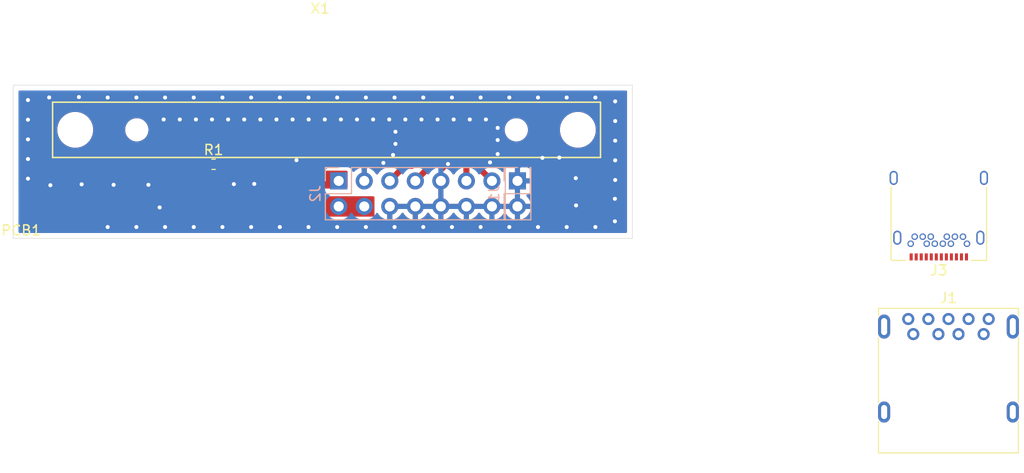
<source format=kicad_pcb>
(kicad_pcb (version 20211014) (generator pcbnew)
  (title_block (title "BaSe_SATA_Adapter_V1_1") (rev "V1_1") (company "Gras7 Labs."))
  (layers (0 "F.Cu" signal) (31 "B.Cu" signal) (34 "B.Paste" user) (35 "F.Paste" user) (36 "B.SilkS" user "B.Silkscreen") (37 "F.SilkS" user "F.Silkscreen") (38 "B.Mask" user) (39 "F.Mask" user) (44 "Edge.Cuts" user))
  (net 0 "")
  (net 1 "+12V")
  (net 2 "GND")
  (net 3 "+5V")
  (net 4 "/HDD_Rx-")
  (net 5 "/HDD_Tx-")
  (net 6 "/HDD_Tx+")
  (net 7 "/HDD_Rx+")
  (net 8 "/SPINUP_HDD")
  (net 10 "/usb0_d-")
  (net 11 "/usb0_d+")
  (net 13 "/usb0_ssrx-")
  (net 14 "/usb0_ssrx+")
  (net 16 "/usb0_sstx-")
  (net 17 "/usb0_sstx+")
  (net 19 "Net-(J3-PadA1)")
  (net 20 "Net-(J3-PadA4)")
  (footprint "G7_Labels:BaSe_SATA_Adapter_HDD_V1_1" (layer "F.Cu") (at 89.06 52.68)
    (fp_text reference "PCB1" (at 0 0.5) (layer "F.SilkS"))
    (fp_text value "BaSe_SATA_Adapter_HDD_V1_1")
    (fp_text user "BaSe_SATA_ADPT" (at 0 -1.905) (layer "F.Cu") (effects (justify left)))
    (fp_text user "HDD_V1_1" (at 0 -0.18) (layer "F.Cu") (effects (justify left)))
  )
  (footprint "G7_Custom:Conn_SATA_FEM_3M_5622-2222" (layer "F.Cu") (at 119.44 43.18)
    (fp_text reference "X1" (at -0.635 -12.065) (layer "F.SilkS"))
    (fp_text value "SATA_CONNECTOR_FEM")
    (fp_line (start -27.25 -2.75) (end 27.25 -2.75) (layer "F.SilkS") (width 0.15))
    (fp_line (start 27.25 -2.75) (end 27.25 2.75) (layer "F.SilkS") (width 0.15))
    (fp_line (start -27.25 -2.75) (end -27.25 2.75) (layer "F.SilkS") (width 0.15))
    (fp_line (start -27.25 2.75) (end 27.25 2.75) (layer "F.SilkS") (width 0.15))
    (pad "" np_thru_hole circle locked (at -18.875 0) (size 1.3 1.3) (drill 1.3) (layers *.Cu *.Mask))
    (pad "" np_thru_hole circle locked (at -25 0) (size 2.55 2.55) (drill 2.55) (layers *.Cu *.Mask))
    (pad "" np_thru_hole circle locked (at 18.875 0) (size 1.3 1.3) (drill 1.3) (layers *.Cu *.Mask))
    (pad "" np_thru_hole circle locked (at 25 0) (size 2.55 2.55) (drill 2.55) (layers *.Cu *.Mask))
    (pad "P1" smd rect locked (at 1.9 1.175) (size 0.6 2.35) (layers "F.Cu" "F.Paste" "F.Mask"))
    (pad "P2" smd rect locked (at 0.635 1.175) (size 0.6 2.35) (layers "F.Cu" "F.Paste" "F.Mask"))
    (pad "P3" smd rect locked (at -0.635 1.175) (size 0.6 2.35) (layers "F.Cu" "F.Paste" "F.Mask"))
    (pad "P4" smd rect locked (at -1.905 1.175) (size 0.6 2.35) (layers "F.Cu" "F.Paste" "F.Mask") (net 2 "GND"))
    (pad "P5" smd rect locked (at -3.175 1.175) (size 0.6 2.35) (layers "F.Cu" "F.Paste" "F.Mask") (net 2 "GND"))
    (pad "P6" smd rect locked (at -4.445 1.175) (size 0.6 2.35) (layers "F.Cu" "F.Paste" "F.Mask") (net 2 "GND"))
    (pad "P7" smd rect locked (at -5.715 1.175) (size 0.6 2.35) (layers "F.Cu" "F.Paste" "F.Mask") (net 3 "+5V"))
    (pad "P8" smd rect locked (at -6.985 1.175) (size 0.6 2.35) (layers "F.Cu" "F.Paste" "F.Mask") (net 3 "+5V"))
    (pad "P9" smd rect locked (at -8.255 1.175) (size 0.6 2.35) (layers "F.Cu" "F.Paste" "F.Mask") (net 3 "+5V"))
    (pad "P10" smd rect locked (at -9.525 1.175) (size 0.6 2.35) (layers "F.Cu" "F.Paste" "F.Mask") (net 2 "GND"))
    (pad "P11" smd rect locked (at -10.795 1.175) (size 0.6 2.35) (layers "F.Cu" "F.Paste" "F.Mask") (net 8 "/SPINUP_HDD"))
    (pad "P12" smd rect locked (at -12.065 1.175) (size 0.6 2.35) (layers "F.Cu" "F.Paste" "F.Mask") (net 2 "GND"))
    (pad "P13" smd rect locked (at -13.335 1.175) (size 0.6 2.35) (layers "F.Cu" "F.Paste" "F.Mask") (net 1 "+12V"))
    (pad "P14" smd rect locked (at -14.605 1.175) (size 0.6 2.35) (layers "F.Cu" "F.Paste" "F.Mask") (net 1 "+12V"))
    (pad "P15" smd rect locked (at -15.875 1.175) (size 0.6 2.35) (layers "F.Cu" "F.Paste" "F.Mask") (net 1 "+12V"))
    (pad "S1" smd rect locked (at 15.875 1.175) (size 0.6 2.35) (layers "F.Cu" "F.Paste" "F.Mask") (net 2 "GND"))
    (pad "S2" smd rect locked (at 14.605 1.175) (size 0.6 2.35) (layers "F.Cu" "F.Paste" "F.Mask") (net 6 "/HDD_Tx+"))
    (pad "S3" smd rect locked (at 13.335 1.175) (size 0.6 2.35) (layers "F.Cu" "F.Paste" "F.Mask") (net 5 "/HDD_Tx-"))
    (pad "S4" smd rect locked (at 12.065 1.175) (size 0.6 2.35) (layers "F.Cu" "F.Paste" "F.Mask") (net 2 "GND"))
    (pad "S5" smd rect locked (at 10.795 1.175) (size 0.6 2.35) (layers "F.Cu" "F.Paste" "F.Mask") (net 4 "/HDD_Rx-"))
    (pad "S6" smd rect locked (at 9.525 1.175) (size 0.6 2.35) (layers "F.Cu" "F.Paste" "F.Mask") (net 7 "/HDD_Rx+"))
    (pad "S7" smd rect locked (at 8.255 1.175) (size 0.6 2.35) (layers "F.Cu" "F.Paste" "F.Mask") (net 2 "GND"))
  )
  (footprint "Resistor_SMD:R_0603_1608Metric_Pad1.05x0.95mm_HandSolder" (layer "F.Cu") (at 108.204 46.609)
    (fp_text reference "R1" (at 0 -1.43) (layer "F.SilkS"))
    (fp_text value "No")
    (fp_line (start -0.171267 0.51) (end 0.171267 0.51) (layer "F.SilkS") (width 0.12))
    (fp_line (start -0.171267 -0.51) (end 0.171267 -0.51) (layer "F.SilkS") (width 0.12))
    (pad "1" smd roundrect locked (at -0.875 0) (size 1.05 0.95) (layers "F.Cu" "F.Paste" "F.Mask") (net 2 "GND"))
    (pad "2" smd roundrect locked (at 0.875 0) (size 1.05 0.95) (layers "F.Cu" "F.Paste" "F.Mask") (net 8 "/SPINUP_HDD"))
  )
  (footprint "Connector_USB:USB_C_Receptacle_Amphenol_12401548E4-2A" (layer "F.Cu") (at 180.34 50.8 180)
    (fp_text reference "J3" (at 0 -6.36) (layer "F.SilkS"))
    (fp_text value "USB_C_Receptacle")
    (fp_line (start 3.25 -5.37) (end 4.75 -5.37) (layer "F.SilkS") (width 0.12))
    (fp_line (start -4.75 -5.37) (end -4.75 1.89) (layer "F.SilkS") (width 0.12))
    (fp_line (start -4.75 -5.37) (end -3.25 -5.37) (layer "F.SilkS") (width 0.12))
    (fp_line (start 4.75 -5.37) (end 4.75 1.89) (layer "F.SilkS") (width 0.12))
    (pad "" np_thru_hole oval (at 3.6 -4.36 180) (size 0.95 0.65) (drill oval 0.95 0.65) (layers *.Cu *.Mask))
    (pad "" np_thru_hole circle (at -3.6 -4.36 180) (size 0.65 0.65) (drill 0.65) (layers *.Cu *.Mask))
    (pad "A1" smd rect (at -2.75 -5.02 180) (size 0.3 0.7) (layers "F.Cu" "F.Paste" "F.Mask") (net 19 "Net-(J3-PadA1)"))
    (pad "A2" smd rect (at -2.25 -5.02 180) (size 0.3 0.7) (layers "F.Cu" "F.Paste" "F.Mask") (net 17 "/usb0_sstx+"))
    (pad "A3" smd rect (at -1.75 -5.02 180) (size 0.3 0.7) (layers "F.Cu" "F.Paste" "F.Mask") (net 16 "/usb0_sstx-"))
    (pad "A4" smd rect (at -1.25 -5.02 180) (size 0.3 0.7) (layers "F.Cu" "F.Paste" "F.Mask") (net 20 "Net-(J3-PadA4)"))
    (pad "A5" smd rect (at -0.75 -5.02 180) (size 0.3 0.7) (layers "F.Cu" "F.Paste" "F.Mask"))
    (pad "A6" smd rect (at -0.25 -5.02 180) (size 0.3 0.7) (layers "F.Cu" "F.Paste" "F.Mask") (net 11 "/usb0_d+"))
    (pad "A7" smd rect (at 0.25 -5.02 180) (size 0.3 0.7) (layers "F.Cu" "F.Paste" "F.Mask") (net 10 "/usb0_d-"))
    (pad "A8" smd rect (at 0.75 -5.02 180) (size 0.3 0.7) (layers "F.Cu" "F.Paste" "F.Mask"))
    (pad "A9" smd rect (at 1.25 -5.02 180) (size 0.3 0.7) (layers "F.Cu" "F.Paste" "F.Mask") (net 20 "Net-(J3-PadA4)"))
    (pad "A10" smd rect (at 1.75 -5.02 180) (size 0.3 0.7) (layers "F.Cu" "F.Paste" "F.Mask"))
    (pad "A11" smd rect (at 2.25 -5.02 180) (size 0.3 0.7) (layers "F.Cu" "F.Paste" "F.Mask"))
    (pad "A12" smd rect (at 2.75 -5.02 180) (size 0.3 0.7) (layers "F.Cu" "F.Paste" "F.Mask") (net 19 "Net-(J3-PadA1)"))
    (pad "B1" thru_hole circle (at 2.8 -3.71 180) (size 0.65 0.65) (drill 0.4) (layers *.Cu *.Mask) (net 19 "Net-(J3-PadA1)"))
    (pad "B2" thru_hole circle (at 2.4 -3.01 180) (size 0.65 0.65) (drill 0.4) (layers *.Cu *.Mask))
    (pad "B3" thru_hole circle (at 1.6 -3.01 180) (size 0.65 0.65) (drill 0.4) (layers *.Cu *.Mask))
    (pad "B4" thru_hole circle (at 1.2 -3.71 180) (size 0.65 0.65) (drill 0.4) (layers *.Cu *.Mask) (net 20 "Net-(J3-PadA4)"))
    (pad "B5" thru_hole circle (at 0.8 -3.01 180) (size 0.65 0.65) (drill 0.4) (layers *.Cu *.Mask))
    (pad "B6" thru_hole circle (at 0.4 -3.71 180) (size 0.65 0.65) (drill 0.4) (layers *.Cu *.Mask))
    (pad "B7" thru_hole circle (at -0.4 -3.71 180) (size 0.65 0.65) (drill 0.4) (layers *.Cu *.Mask))
    (pad "B8" thru_hole circle (at -0.8 -3.01 180) (size 0.65 0.65) (drill 0.4) (layers *.Cu *.Mask))
    (pad "B9" thru_hole circle (at -1.2 -3.71 180) (size 0.65 0.65) (drill 0.4) (layers *.Cu *.Mask) (net 20 "Net-(J3-PadA4)"))
    (pad "B10" thru_hole circle (at -1.6 -3.01 180) (size 0.65 0.65) (drill 0.4) (layers *.Cu *.Mask) (net 13 "/usb0_ssrx-"))
    (pad "B11" thru_hole circle (at -2.4 -3.01 180) (size 0.65 0.65) (drill 0.4) (layers *.Cu *.Mask) (net 14 "/usb0_ssrx+"))
    (pad "B12" thru_hole circle (at -2.8 -3.71 180) (size 0.65 0.65) (drill 0.4) (layers *.Cu *.Mask) (net 19 "Net-(J3-PadA1)"))
    (pad "S1" thru_hole oval (at 4.49 2.84 180) (size 0.8 1.4) (drill oval 0.5 1.1) (layers *.Cu *.Mask))
    (pad "S1" thru_hole oval (at -4.49 2.84 180) (size 0.8 1.4) (drill oval 0.5 1.1) (layers *.Cu *.Mask))
    (pad "S1" thru_hole oval (at 4.13 -3.11 180) (size 0.8 1.4) (drill oval 0.5 1.1) (layers *.Cu *.Mask))
    (pad "S1" thru_hole oval (at -4.13 -3.11 180) (size 0.8 1.4) (drill oval 0.5 1.1) (layers *.Cu *.Mask))
  )
  (footprint "Connector_USB:USB3_A_Molex_48393-001" (layer "F.Cu") (at 177.8 63.5)
    (fp_text reference "J1" (at 3.5 -3.6) (layer "F.SilkS"))
    (fp_text value "USB3_A")
    (fp_line (start 10.46 6.8) (end 10.46 0.35) (layer "F.SilkS") (width 0.12))
    (fp_line (start -3.46 11.81) (end -3.46 8.7) (layer "F.SilkS") (width 0.12))
    (fp_line (start -3.46 6.8) (end -3.46 0.35) (layer "F.SilkS") (width 0.12))
    (fp_line (start -3.46 -2.56) (end 10.46 -2.56) (layer "F.SilkS") (width 0.12))
    (fp_line (start 10.46 11.81) (end 10.46 8.7) (layer "F.SilkS") (width 0.12))
    (fp_line (start 10.46 -2.56) (end 10.46 -1.85) (layer "F.SilkS") (width 0.12))
    (fp_line (start -3.46 -2.56) (end -3.46 -1.85) (layer "F.SilkS") (width 0.12))
    (fp_line (start -3.46 11.81) (end 10.46 11.81) (layer "F.SilkS") (width 0.12))
    (pad "1" thru_hole circle (at 0 0) (size 1.2 1.2) (drill 0.7) (layers *.Cu *.Mask))
    (pad "2" thru_hole circle (at 2.5 0) (size 1.2 1.2) (drill 0.7) (layers *.Cu *.Mask) (net 10 "/usb0_d-"))
    (pad "3" thru_hole circle (at 4.5 0) (size 1.2 1.2) (drill 0.7) (layers *.Cu *.Mask) (net 11 "/usb0_d+"))
    (pad "4" thru_hole circle (at 7 0) (size 1.2 1.2) (drill 0.7) (layers *.Cu *.Mask))
    (pad "5" thru_hole circle (at 7.5 -1.5) (size 1.2 1.2) (drill 0.7) (layers *.Cu *.Mask) (net 13 "/usb0_ssrx-"))
    (pad "6" thru_hole circle (at 5.5 -1.5) (size 1.2 1.2) (drill 0.7) (layers *.Cu *.Mask) (net 14 "/usb0_ssrx+"))
    (pad "7" thru_hole circle (at 3.5 -1.5) (size 1.2 1.2) (drill 0.7) (layers *.Cu *.Mask))
    (pad "8" thru_hole circle (at 1.5 -1.5) (size 1.2 1.2) (drill 0.7) (layers *.Cu *.Mask) (net 16 "/usb0_sstx-"))
    (pad "9" thru_hole circle (at -0.5 -1.5) (size 1.2 1.2) (drill 0.7) (layers *.Cu *.Mask) (net 17 "/usb0_sstx+"))
    (pad "10" thru_hole oval (at 9.9 -0.75) (size 1.2 2.4) (drill oval 0.6 1.7) (layers *.Cu *.Mask))
    (pad "10" thru_hole oval (at 9.9 7.75) (size 1.2 2.1) (drill oval 0.6 1.4) (layers *.Cu *.Mask))
    (pad "10" thru_hole oval (at -2.9 -0.75) (size 1.2 2.4) (drill oval 0.6 1.7) (layers *.Cu *.Mask))
    (pad "10" thru_hole oval (at -2.9 7.75) (size 1.2 2.1) (drill oval 0.6 1.4) (layers *.Cu *.Mask))
  )
  (footprint "G7_Custom:Conn_Spring_MaxMill_821-22-002-10-002101" (layer "B.Cu") (at 138.43 48.26 -90)
    (fp_text reference "J1" (at 1.27 2.33 -90) (layer "B.SilkS") (effects (justify mirror)))
    (fp_text value "821-22-002-10-004101")
    (fp_line (start -1.33 1.33) (end 0 1.33) (layer "B.SilkS") (width 0.12))
    (fp_line (start -1.33 -1.27) (end -1.33 -1.33) (layer "B.SilkS") (width 0.12))
    (fp_line (start -1.33 0) (end -1.33 1.33) (layer "B.SilkS") (width 0.12))
    (fp_line (start 1.27 1.33) (end 3.87 1.33) (layer "B.SilkS") (width 0.12))
    (fp_line (start 1.27 -1.27) (end 1.27 1.33) (layer "B.SilkS") (width 0.12))
    (fp_line (start 3.87 1.33) (end 3.87 -1.33) (layer "B.SilkS") (width 0.12))
    (fp_line (start -1.33 -1.27) (end 1.27 -1.27) (layer "B.SilkS") (width 0.12))
    (fp_line (start -1.33 -1.33) (end 3.87 -1.33) (layer "B.SilkS") (width 0.12))
    (pad "1" thru_hole rect locked (at 0 0 270) (size 1.7 1.7) (drill 1) (layers *.Cu *.Mask) (net 2 "GND"))
    (pad "2" thru_hole oval locked (at 2.54 0 270) (size 1.7 1.7) (drill 1) (layers *.Cu *.Mask) (net 2 "GND"))
  )
  (footprint "G7_Custom:Conn_Spring_MaxMill_823-22-014-10-001101" (layer "B.Cu") (at 120.65 48.26 -90)
    (fp_text reference "J2" (at 1.27 2.33 -90) (layer "B.SilkS") (effects (justify mirror)))
    (fp_text value "823-22-014-10-001101")
    (fp_line (start 1.27 1.33) (end 3.87 1.33) (layer "B.SilkS") (width 0.12))
    (fp_line (start 3.87 1.33) (end 3.87 -16.57) (layer "B.SilkS") (width 0.12))
    (fp_line (start 1.27 -1.27) (end 1.27 1.33) (layer "B.SilkS") (width 0.12))
    (fp_line (start -1.33 -16.57) (end 3.87 -16.57) (layer "B.SilkS") (width 0.12))
    (fp_line (start -1.33 -1.27) (end 1.27 -1.27) (layer "B.SilkS") (width 0.12))
    (fp_line (start -1.33 1.33) (end 0 1.33) (layer "B.SilkS") (width 0.12))
    (fp_line (start -1.33 -1.27) (end -1.33 -16.57) (layer "B.SilkS") (width 0.12))
    (fp_line (start -1.33 0) (end -1.33 1.33) (layer "B.SilkS") (width 0.12))
    (pad "1" thru_hole rect locked (at 0 0 270) (size 1.7 1.7) (drill 1) (layers *.Cu *.Mask) (net 3 "+5V"))
    (pad "2" thru_hole oval locked (at 2.54 0 270) (size 1.7 1.7) (drill 1) (layers *.Cu *.Mask) (net 1 "+12V"))
    (pad "3" thru_hole oval locked (at 0 -2.54 270) (size 1.7 1.7) (drill 1) (layers *.Cu *.Mask) (net 2 "GND"))
    (pad "4" thru_hole oval locked (at 2.54 -2.54 270) (size 1.7 1.7) (drill 1) (layers *.Cu *.Mask) (net 1 "+12V"))
    (pad "5" thru_hole oval locked (at 0 -5.08 270) (size 1.7 1.7) (drill 1) (layers *.Cu *.Mask) (net 7 "/HDD_Rx+"))
    (pad "6" thru_hole oval locked (at 2.54 -5.08 270) (size 1.7 1.7) (drill 1) (layers *.Cu *.Mask) (net 2 "GND"))
    (pad "7" thru_hole oval locked (at 0 -7.62 270) (size 1.7 1.7) (drill 1) (layers *.Cu *.Mask) (net 4 "/HDD_Rx-"))
    (pad "8" thru_hole oval locked (at 2.54 -7.62 270) (size 1.7 1.7) (drill 1) (layers *.Cu *.Mask) (net 2 "GND"))
    (pad "9" thru_hole oval locked (at 0 -10.16 270) (size 1.7 1.7) (drill 1) (layers *.Cu *.Mask) (net 2 "GND"))
    (pad "10" thru_hole oval locked (at 2.54 -10.16 270) (size 1.7 1.7) (drill 1) (layers *.Cu *.Mask) (net 2 "GND"))
    (pad "11" thru_hole oval locked (at 0 -12.7 270) (size 1.7 1.7) (drill 1) (layers *.Cu *.Mask) (net 5 "/HDD_Tx-"))
    (pad "12" thru_hole oval locked (at 2.54 -12.7 270) (size 1.7 1.7) (drill 1) (layers *.Cu *.Mask) (net 2 "GND"))
    (pad "13" thru_hole oval locked (at 0 -15.24 270) (size 1.7 1.7) (drill 1) (layers *.Cu *.Mask) (net 6 "/HDD_Tx+"))
    (pad "14" thru_hole oval locked (at 2.54 -15.24 270) (size 1.7 1.7) (drill 1) (layers *.Cu *.Mask) (net 2 "GND"))
  )
  (gr_line (start 88.265 53.975) (end 88.265 38.735) (layer "Edge.Cuts") (width 0.05))
  (gr_line (start 149.86 53.975) (end 88.265 53.975) (layer "Edge.Cuts") (width 0.05))
  (gr_line (start 149.86 38.735) (end 149.86 53.975) (layer "Edge.Cuts") (width 0.05))
  (gr_line (start 88.265 38.735) (end 149.86 38.735) (layer "Edge.Cuts") (width 0.05))
  (gr_text "long" (at 141.57 49.44 90) (layer "F.Cu") (effects (font (size 1.2 1.2) (thickness 0.25))))
  (segment (start 130.81 47.29) (end 131.52 46.58) (width 0.4) (layer "F.Cu") (net 2))
  (segment (start 130.81 48.26) (end 130.81 47.29) (width 0.4) (layer "F.Cu") (net 2))
  (via (at 148.15 42.305) (size 0.8) (drill 0.4) (layers "F.Cu" "B.Cu") (net 2))
  (via (at 148.15 48.17) (size 0.8) (drill 0.4) (layers "F.Cu" "B.Cu") (net 2))
  (via (at 148.15 44.26) (size 0.8) (drill 0.4) (layers "F.Cu" "B.Cu") (net 2))
  (via (at 148.15 46.215) (size 0.8) (drill 0.4) (layers "F.Cu" "B.Cu") (net 2))
  (via (at 148.15 40.35) (size 0.8) (drill 0.4) (layers "F.Cu" "B.Cu") (net 2))
  (via (at 106.230587 39.97) (size 0.8) (drill 0.4) (layers "F.Cu" "B.Cu") (net 2))
  (via (at 146.18 39.97) (size 0.8) (drill 0.4) (layers "F.Cu" "B.Cu") (net 2))
  (via (at 143.326464 39.97) (size 0.8) (drill 0.4) (layers "F.Cu" "B.Cu") (net 2))
  (via (at 120.498232 39.97) (size 0.8) (drill 0.4) (layers "F.Cu" "B.Cu") (net 2))
  (via (at 103.377058 39.97) (size 0.8) (drill 0.4) (layers "F.Cu" "B.Cu") (net 2))
  (via (at 123.351761 39.97) (size 0.8) (drill 0.4) (layers "F.Cu" "B.Cu") (net 2))
  (via (at 117.644703 39.97) (size 0.8) (drill 0.4) (layers "F.Cu" "B.Cu") (net 2))
  (via (at 137.619406 39.97) (size 0.8) (drill 0.4) (layers "F.Cu" "B.Cu") (net 2))
  (via (at 109.084116 39.97) (size 0.8) (drill 0.4) (layers "F.Cu" "B.Cu") (net 2))
  (via (at 140.472935 39.97) (size 0.8) (drill 0.4) (layers "F.Cu" "B.Cu") (net 2))
  (via (at 134.765877 39.97) (size 0.8) (drill 0.4) (layers "F.Cu" "B.Cu") (net 2))
  (via (at 131.912348 39.97) (size 0.8) (drill 0.4) (layers "F.Cu" "B.Cu") (net 2))
  (via (at 126.20529 39.97) (size 0.8) (drill 0.4) (layers "F.Cu" "B.Cu") (net 2))
  (via (at 111.937645 39.97) (size 0.8) (drill 0.4) (layers "F.Cu" "B.Cu") (net 2))
  (via (at 97.67 39.97) (size 0.8) (drill 0.4) (layers "F.Cu" "B.Cu") (net 2))
  (via (at 114.791174 39.97) (size 0.8) (drill 0.4) (layers "F.Cu" "B.Cu") (net 2))
  (via (at 129.058819 39.97) (size 0.8) (drill 0.4) (layers "F.Cu" "B.Cu") (net 2))
  (via (at 100.523529 39.97) (size 0.8) (drill 0.4) (layers "F.Cu" "B.Cu") (net 2))
  (via (at 132.08365 42.151) (size 0.8) (drill 0.4) (layers "F.Cu" "B.Cu") (net 2))
  (via (at 134.765877 52.85) (size 0.8) (drill 0.4) (layers "F.Cu" "B.Cu") (net 2))
  (via (at 95.08 48.6) (size 0.8) (drill 0.4) (layers "F.Cu" "B.Cu") (net 2))
  (via (at 109.084116 52.85) (size 0.8) (drill 0.4) (layers "F.Cu" "B.Cu") (net 2))
  (via (at 135.6995 46.4185) (size 0.8) (drill 0.4) (layers "F.Cu" "B.Cu") (net 2))
  (via (at 114.791174 52.85) (size 0.8) (drill 0.4) (layers "F.Cu" "B.Cu") (net 2))
  (via (at 120.866675 42.151) (size 0.8) (drill 0.4) (layers "F.Cu" "B.Cu") (net 2))
  (via (at 123.351761 52.85) (size 0.8) (drill 0.4) (layers "F.Cu" "B.Cu") (net 2))
  (via (at 128.8788 42.151) (size 0.8) (drill 0.4) (layers "F.Cu" "B.Cu") (net 2))
  (via (at 143.326464 52.85) (size 0.8) (drill 0.4) (layers "F.Cu" "B.Cu") (net 2))
  (via (at 108.047275 42.151) (size 0.8) (drill 0.4) (layers "F.Cu" "B.Cu") (net 2))
  (via (at 112.25 48.56) (size 0.8) (drill 0.4) (layers "F.Cu" "B.Cu") (net 2))
  (via (at 110.22 48.58) (size 0.8) (drill 0.4) (layers "F.Cu" "B.Cu") (net 2))
  (via (at 89.74 42.175) (size 0.8) (drill 0.4) (layers "F.Cu" "B.Cu") (net 2))
  (via (at 89.74 44.13) (size 0.8) (drill 0.4) (layers "F.Cu" "B.Cu") (net 2))
  (via (at 126.295 44.5795) (size 0.8) (drill 0.4) (layers "F.Cu" "B.Cu") (net 2))
  (via (at 94.81 39.92) (size 0.8) (drill 0.4) (layers "F.Cu" "B.Cu") (net 2))
  (via (at 130.481225 42.151) (size 0.8) (drill 0.4) (layers "F.Cu" "B.Cu") (net 2))
  (via (at 120.498232 52.85) (size 0.8) (drill 0.4) (layers "F.Cu" "B.Cu") (net 2))
  (via (at 122.4691 42.151) (size 0.8) (drill 0.4) (layers "F.Cu" "B.Cu") (net 2))
  (via (at 106.230587 52.85) (size 0.8) (drill 0.4) (layers "F.Cu" "B.Cu") (net 2))
  (via (at 103.24 42.151) (size 0.8) (drill 0.4) (layers "F.Cu" "B.Cu") (net 2))
  (via (at 126.295 43.373) (size 0.8) (drill 0.4) (layers "F.Cu" "B.Cu") (net 2))
  (via (at 148.12 50.04) (size 0.8) (drill 0.4) (layers "F.Cu" "B.Cu") (net 2))
  (via (at 89.74 48.04) (size 0.8) (drill 0.4) (layers "F.Cu" "B.Cu") (net 2))
  (via (at 111.252125 42.151) (size 0.8) (drill 0.4) (layers "F.Cu" "B.Cu") (net 2))
  (via (at 89.74 46.085) (size 0.8) (drill 0.4) (layers "F.Cu" "B.Cu") (net 2))
  (via (at 98.26 48.65) (size 0.8) (drill 0.4) (layers "F.Cu" "B.Cu") (net 2))
  (via (at 131.52 46.58) (size 0.8) (drill 0.4) (layers "F.Cu" "B.Cu") (net 2))
  (via (at 136.4615 44.196) (size 0.8) (drill 0.4) (layers "F.Cu" "B.Cu") (net 2))
  (via (at 146.18 52.85) (size 0.8) (drill 0.4) (layers "F.Cu" "B.Cu") (net 2))
  (via (at 131.912348 52.85) (size 0.8) (drill 0.4) (layers "F.Cu" "B.Cu") (net 2))
  (via (at 119.26425 42.151) (size 0.8) (drill 0.4) (layers "F.Cu" "B.Cu") (net 2))
  (via (at 140.472935 52.85) (size 0.8) (drill 0.4) (layers "F.Cu" "B.Cu") (net 2))
  (via (at 136.4615 42.9895) (size 0.8) (drill 0.4) (layers "F.Cu" "B.Cu") (net 2))
  (via (at 116.45 46.2) (size 0.8) (drill 0.4) (layers "F.Cu" "B.Cu") (net 2))
  (via (at 101.72 48.65) (size 0.8) (drill 0.4) (layers "F.Cu" "B.Cu") (net 2))
  (via (at 124.071525 42.151) (size 0.8) (drill 0.4) (layers "F.Cu" "B.Cu") (net 2))
  (via (at 102.84 50.9) (size 0.8) (drill 0.4) (layers "F.Cu" "B.Cu") (net 2))
  (via (at 129.058819 52.85) (size 0.8) (drill 0.4) (layers "F.Cu" "B.Cu") (net 2))
  (via (at 103.377058 52.85) (size 0.8) (drill 0.4) (layers "F.Cu" "B.Cu") (net 2))
  (via (at 89.74 40.22) (size 0.8) (drill 0.4) (layers "F.Cu" "B.Cu") (net 2))
  (via (at 142.59 45.94) (size 0.8) (drill 0.4) (layers "F.Cu" "B.Cu") (net 2))
  (via (at 104.842425 42.151) (size 0.8) (drill 0.4) (layers "F.Cu" "B.Cu") (net 2))
  (via (at 117.644703 52.85) (size 0.8) (drill 0.4) (layers "F.Cu" "B.Cu") (net 2))
  (via (at 127.276375 42.151) (size 0.8) (drill 0.4) (layers "F.Cu" "B.Cu") (net 2))
  (via (at 144.26 50.7) (size 0.8) (drill 0.4) (layers "F.Cu" "B.Cu") (net 2))
  (via (at 133.686075 42.151) (size 0.8) (drill 0.4) (layers "F.Cu" "B.Cu") (net 2))
  (via (at 112.85455 42.151) (size 0.8) (drill 0.4) (layers "F.Cu" "B.Cu") (net 2))
  (via (at 91.85 39.96) (size 0.8) (drill 0.4) (layers "F.Cu" "B.Cu") (net 2))
  (via (at 109.6497 42.151) (size 0.8) (drill 0.4) (layers "F.Cu" "B.Cu") (net 2))
  (via (at 126.20529 52.85) (size 0.8) (drill 0.4) (layers "F.Cu" "B.Cu") (net 2))
  (via (at 116.0594 42.151) (size 0.8) (drill 0.4) (layers "F.Cu" "B.Cu") (net 2))
  (via (at 144.23 47.99) (size 0.8) (drill 0.4) (layers "F.Cu" "B.Cu") (net 2))
  (via (at 100.523529 52.85) (size 0.8) (drill 0.4) (layers "F.Cu" "B.Cu") (net 2))
  (via (at 97.67 52.85) (size 0.8) (drill 0.4) (layers "F.Cu" "B.Cu") (net 2))
  (via (at 137.619406 52.85) (size 0.8) (drill 0.4) (layers "F.Cu" "B.Cu") (net 2))
  (via (at 114.456975 42.151) (size 0.8) (drill 0.4) (layers "F.Cu" "B.Cu") (net 2))
  (via (at 126.055 45.6825) (size 0.8) (drill 0.4) (layers "F.Cu" "B.Cu") (net 2))
  (via (at 148.12 52.28) (size 0.8) (drill 0.4) (layers "F.Cu" "B.Cu") (net 2))
  (via (at 140.91 45.97) (size 0.8) (drill 0.4) (layers "F.Cu" "B.Cu") (net 2))
  (via (at 125.09 46.47) (size 0.8) (drill 0.4) (layers "F.Cu" "B.Cu") (net 2))
  (via (at 117.661825 42.151) (size 0.8) (drill 0.4) (layers "F.Cu" "B.Cu") (net 2))
  (via (at 91.97 48.69) (size 0.8) (drill 0.4) (layers "F.Cu" "B.Cu") (net 2))
  (via (at 111.937645 52.85) (size 0.8) (drill 0.4) (layers "F.Cu" "B.Cu") (net 2))
  (via (at 106.44485 42.151) (size 0.8) (drill 0.4) (layers "F.Cu" "B.Cu") (net 2))
  (via (at 135.2885 42.151) (size 0.8) (drill 0.4) (layers "F.Cu" "B.Cu") (net 2))
  (via (at 136.4615 45.593) (size 0.8) (drill 0.4) (layers "F.Cu" "B.Cu") (net 2))
  (via (at 125.67395 42.151) (size 0.8) (drill 0.4) (layers "F.Cu" "B.Cu") (net 2))
  (segment (start 130.235 45.075) (end 129.91501 45.39499) (width 0.6) (layer "F.Cu") (net 4))
  (segment (start 129.91501 46.61499) (end 129.119999 47.410001) (width 0.6) (layer "F.Cu") (net 4))
  (segment (start 129.119999 47.410001) (end 128.27 48.26) (width 0.6) (layer "F.Cu") (net 4))
  (segment (start 129.91501 45.39499) (end 129.91501 46.61499) (width 0.6) (layer "F.Cu") (net 4))
  (segment (start 130.235 44.355) (end 130.235 45.075) (width 0.6) (layer "F.Cu") (net 4))
  (segment (start 133.35 46.134498) (end 133.35 47.057919) (width 0.6) (layer "F.Cu") (net 5))
  (segment (start 132.775 45.559498) (end 133.35 46.134498) (width 0.6) (layer "F.Cu") (net 5))
  (segment (start 133.35 47.057919) (end 133.35 48.26) (width 0.6) (layer "F.Cu") (net 5))
  (segment (start 132.775 44.355) (end 132.775 45.559498) (width 0.6) (layer "F.Cu") (net 5))
  (segment (start 134.3 46.67) (end 135.040001 47.410001) (width 0.6) (layer "F.Cu") (net 6))
  (segment (start 134.3 45.740981) (end 134.3 46.67) (width 0.6) (layer "F.Cu") (net 6))
  (segment (start 134.045 45.485981) (end 134.3 45.740981) (width 0.6) (layer "F.Cu") (net 6))
  (segment (start 135.040001 47.410001) (end 135.89 48.26) (width 0.6) (layer "F.Cu") (net 6))
  (segment (start 134.045 44.355) (end 134.045 45.485981) (width 0.6) (layer "F.Cu") (net 6))
  (segment (start 127.230001 46.759999) (end 126.579999 47.410001) (width 0.6) (layer "F.Cu") (net 7))
  (segment (start 127.935003 46.759999) (end 127.230001 46.759999) (width 0.6) (layer "F.Cu") (net 7))
  (segment (start 128.965 44.355) (end 128.965 45.730002) (width 0.6) (layer "F.Cu") (net 7))
  (segment (start 128.965 45.730002) (end 127.935003 46.759999) (width 0.6) (layer "F.Cu") (net 7))
  (segment (start 126.579999 47.410001) (end 125.73 48.26) (width 0.6) (layer "F.Cu") (net 7))
  (segment (start 108.645 46.175) (end 109.079 46.609) (width 0.25) (layer "F.Cu") (net 8))
  (segment (start 108.645 44.355) (end 108.645 46.175) (width 0.25) (layer "F.Cu") (net 8))
  (zone (net 2) (net_name "GND") (layer "F.Cu") (connect_pads (clearance 0.508)) (min_thickness 0.254) (fill yes (thermal_gap 0.508) (thermal_bridge_width 0.508))
    (polygon (pts (xy 149.86 53.975) (xy 88.265 53.975) (xy 88.265 38.735) (xy 149.86 38.735)))
  )
  (zone (net 3) (net_name "+5V") (layer "F.Cu") (priority 2) (connect_pads yes (clearance 0.508)) (min_thickness 0.254) (fill yes (thermal_gap 0.508) (thermal_bridge_width 0.508))
    (polygon (pts (xy 114.173 45.593) (xy 115.824 47.244) (xy 121.539 47.244) (xy 121.539 49.022) (xy 114.554 49.022) (xy 110.871 45.466) (xy 110.871 43.18) (xy 114.046 43.18)))
  )
  (zone (net 1) (net_name "+12V") (layer "F.Cu") (priority 2) (connect_pads yes (clearance 0.508)) (min_thickness 0.254) (fill yes (thermal_gap 0.508) (thermal_bridge_width 0.508))
    (polygon (pts (xy 106.553 46.736) (xy 109.601 49.784) (xy 124.206 49.784) (xy 124.206 51.816) (xy 112.141 51.816) (xy 107.188 51.689) (xy 102.997 47.879) (xy 102.997 45.847) (xy 102.997 43.053) (xy 106.553 43.053)))
  )
  (zone (net 2) (net_name "GND") (layer "B.Cu") (connect_pads (clearance 0.508)) (min_thickness 0.254) (fill yes (thermal_gap 0.508) (thermal_bridge_width 0.508))
    (polygon (pts (xy 149.86 53.975) (xy 88.265 53.975) (xy 88.265 38.735) (xy 149.86 38.735)))
  )
)
</source>
